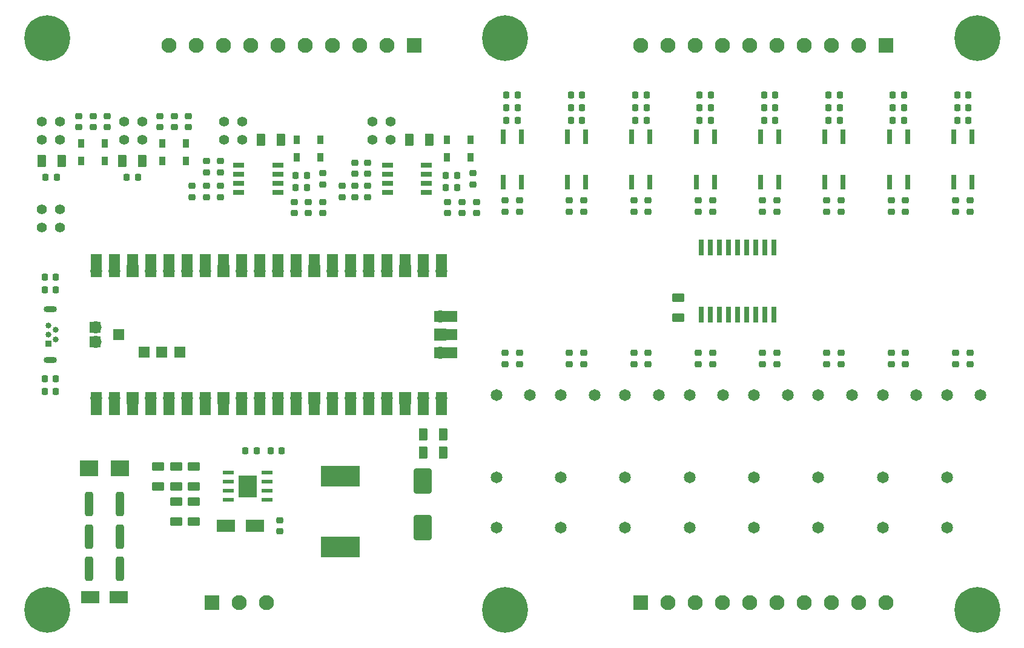
<source format=gts>
%TF.GenerationSoftware,KiCad,Pcbnew,(5.99.0-7040-g8c08b861ab)*%
%TF.CreationDate,2021-03-18T10:44:17+08:00*%
%TF.ProjectId,PicoIndustrial,5069636f-496e-4647-9573-747269616c2e,rev?*%
%TF.SameCoordinates,Original*%
%TF.FileFunction,Soldermask,Top*%
%TF.FilePolarity,Negative*%
%FSLAX46Y46*%
G04 Gerber Fmt 4.6, Leading zero omitted, Abs format (unit mm)*
G04 Created by KiCad (PCBNEW (5.99.0-7040-g8c08b861ab)) date 2021-03-18 10:44:17*
%MOMM*%
%LPD*%
G01*
G04 APERTURE LIST*
G04 Aperture macros list*
%AMRoundRect*
0 Rectangle with rounded corners*
0 $1 Rounding radius*
0 $2 $3 $4 $5 $6 $7 $8 $9 X,Y pos of 4 corners*
0 Add a 4 corners polygon primitive as box body*
4,1,4,$2,$3,$4,$5,$6,$7,$8,$9,$2,$3,0*
0 Add four circle primitives for the rounded corners*
1,1,$1+$1,$2,$3,0*
1,1,$1+$1,$4,$5,0*
1,1,$1+$1,$6,$7,0*
1,1,$1+$1,$8,$9,0*
0 Add four rect primitives between the rounded corners*
20,1,$1+$1,$2,$3,$4,$5,0*
20,1,$1+$1,$4,$5,$6,$7,0*
20,1,$1+$1,$6,$7,$8,$9,0*
20,1,$1+$1,$8,$9,$2,$3,0*%
G04 Aperture macros list end*
%ADD10RoundRect,0.218750X0.256250X-0.218750X0.256250X0.218750X-0.256250X0.218750X-0.256250X-0.218750X0*%
%ADD11RoundRect,0.218750X-0.256250X0.218750X-0.256250X-0.218750X0.256250X-0.218750X0.256250X0.218750X0*%
%ADD12R,0.640000X2.000000*%
%ADD13RoundRect,0.218750X0.218750X0.256250X-0.218750X0.256250X-0.218750X-0.256250X0.218750X-0.256250X0*%
%ADD14C,1.400000*%
%ADD15C,1.650000*%
%ADD16R,2.500000X2.300000*%
%ADD17R,1.528000X0.650000*%
%ADD18R,2.100000X2.100000*%
%ADD19C,2.100000*%
%ADD20RoundRect,0.250000X-1.000000X1.500000X-1.000000X-1.500000X1.000000X-1.500000X1.000000X1.500000X0*%
%ADD21R,0.840000X0.840000*%
%ADD22C,0.840000*%
%ADD23O,1.850000X0.850000*%
%ADD24RoundRect,0.218750X-0.218750X-0.256250X0.218750X-0.256250X0.218750X0.256250X-0.218750X0.256250X0*%
%ADD25RoundRect,0.250000X0.375000X0.625000X-0.375000X0.625000X-0.375000X-0.625000X0.375000X-0.625000X0*%
%ADD26RoundRect,0.250000X-0.625000X0.375000X-0.625000X-0.375000X0.625000X-0.375000X0.625000X0.375000X0*%
%ADD27R,0.900000X1.200000*%
%ADD28RoundRect,0.250000X-0.375000X-0.625000X0.375000X-0.625000X0.375000X0.625000X-0.375000X0.625000X0*%
%ADD29RoundRect,0.250000X0.625000X-0.375000X0.625000X0.375000X-0.625000X0.375000X-0.625000X-0.375000X0*%
%ADD30R,2.500000X1.800000*%
%ADD31R,5.400000X2.900000*%
%ADD32C,6.400000*%
%ADD33C,0.800000*%
%ADD34R,1.600000X3.200000*%
%ADD35O,1.700000X1.700000*%
%ADD36R,1.700000X1.700000*%
%ADD37R,3.200000X1.600000*%
%ADD38R,1.500000X1.500000*%
%ADD39R,1.550000X0.600000*%
%ADD40R,2.600000X3.100000*%
%ADD41RoundRect,0.250000X0.312500X1.450000X-0.312500X1.450000X-0.312500X-1.450000X0.312500X-1.450000X0*%
%ADD42RoundRect,0.250000X-0.312500X-1.450000X0.312500X-1.450000X0.312500X1.450000X-0.312500X1.450000X0*%
%ADD43RoundRect,0.070000X0.300000X1.000000X-0.300000X1.000000X-0.300000X-1.000000X0.300000X-1.000000X0*%
G04 APERTURE END LIST*
D10*
%TO.C,D8*%
X160000000Y-84287500D03*
X160000000Y-82712500D03*
%TD*%
D11*
%TO.C,C7*%
X92500000Y-127462500D03*
X92500000Y-129037500D03*
%TD*%
D12*
%TO.C,U2*%
X126270000Y-73850000D03*
X123730000Y-73850000D03*
X123730000Y-80150000D03*
X126270000Y-80150000D03*
%TD*%
D10*
%TO.C,R21*%
X144000000Y-84287500D03*
X144000000Y-82712500D03*
%TD*%
%TO.C,D10*%
X178000000Y-84287500D03*
X178000000Y-82712500D03*
%TD*%
D13*
%TO.C,R2*%
X89287500Y-117750000D03*
X87712500Y-117750000D03*
%TD*%
D10*
%TO.C,R27*%
X189000000Y-105624721D03*
X189000000Y-104049721D03*
%TD*%
%TO.C,R25*%
X180000000Y-84287500D03*
X180000000Y-82712500D03*
%TD*%
D14*
%TO.C,JP5-2*%
X61790000Y-86500000D03*
X59250000Y-86500000D03*
%TD*%
D10*
%TO.C,R26*%
X189000000Y-84287500D03*
X189000000Y-82712500D03*
%TD*%
D13*
%TO.C,R1*%
X92787500Y-117750000D03*
X91212500Y-117750000D03*
%TD*%
D15*
%TO.C,K5*%
X154500000Y-110000000D03*
X149800000Y-110000000D03*
X149800000Y-121500000D03*
X149800000Y-128500000D03*
%TD*%
D10*
%TO.C,R34*%
X126000000Y-105624721D03*
X126000000Y-104049721D03*
%TD*%
D14*
%TO.C,JP2-1*%
X70750000Y-71710000D03*
X73290000Y-71710000D03*
%TD*%
%TO.C,JP3-2*%
X84750000Y-74210000D03*
X87290000Y-74210000D03*
%TD*%
D16*
%TO.C,D2*%
X65850000Y-120250000D03*
X70150000Y-120250000D03*
%TD*%
D12*
%TO.C,U5*%
X153270000Y-73850000D03*
X150730000Y-73850000D03*
X150730000Y-80150000D03*
X153270000Y-80150000D03*
%TD*%
D17*
%TO.C,IC1*%
X86789000Y-77805000D03*
X86789000Y-79075000D03*
X86789000Y-80345000D03*
X86789000Y-81615000D03*
X92211000Y-81615000D03*
X92211000Y-80345000D03*
X92211000Y-79075000D03*
X92211000Y-77805000D03*
%TD*%
D10*
%TO.C,D12*%
X187000000Y-105624721D03*
X187000000Y-104049721D03*
%TD*%
D11*
%TO.C,R47*%
X103000000Y-77422500D03*
X103000000Y-78997500D03*
%TD*%
D18*
%TO.C,J2*%
X143000000Y-139000000D03*
D19*
X146810000Y-139000000D03*
X150620000Y-139000000D03*
X154430000Y-139000000D03*
X158240000Y-139000000D03*
X162050000Y-139000000D03*
X165860000Y-139000000D03*
X169670000Y-139000000D03*
X173480000Y-139000000D03*
X177290000Y-139000000D03*
%TD*%
D20*
%TO.C,C8*%
X112500000Y-122000000D03*
X112500000Y-128500000D03*
%TD*%
D21*
%TO.C,J6*%
X60200000Y-102800000D03*
D22*
X61200000Y-102150000D03*
X60200000Y-101500000D03*
X61200000Y-100850000D03*
X60200000Y-100200000D03*
D23*
X60420000Y-97925000D03*
X60420000Y-105075000D03*
%TD*%
D11*
%TO.C,R37*%
X64400000Y-70922500D03*
X64400000Y-72497500D03*
%TD*%
D24*
%TO.C,C14*%
X151212500Y-71500000D03*
X152787500Y-71500000D03*
%TD*%
D11*
%TO.C,R46*%
X82250000Y-77212500D03*
X82250000Y-78787500D03*
%TD*%
D25*
%TO.C,C25*%
X92650000Y-74210000D03*
X89850000Y-74210000D03*
%TD*%
D26*
%TO.C,C3*%
X78000000Y-124850000D03*
X78000000Y-127650000D03*
%TD*%
D10*
%TO.C,R52*%
X98500000Y-84497500D03*
X98500000Y-82922500D03*
%TD*%
%TO.C,R29*%
X171000000Y-105624721D03*
X171000000Y-104049721D03*
%TD*%
D27*
%TO.C,D27*%
X119150000Y-76710000D03*
X115850000Y-76710000D03*
%TD*%
D10*
%TO.C,D6*%
X142000000Y-84287500D03*
X142000000Y-82712500D03*
%TD*%
D11*
%TO.C,R44*%
X84250000Y-77212500D03*
X84250000Y-78787500D03*
%TD*%
D14*
%TO.C,JP4-2*%
X105500000Y-74210000D03*
X108040000Y-74210000D03*
%TD*%
D15*
%TO.C,K4*%
X163500000Y-110000000D03*
X158800000Y-110000000D03*
X158800000Y-121500000D03*
X158800000Y-128500000D03*
%TD*%
D10*
%TO.C,R43*%
X101250000Y-82247500D03*
X101250000Y-80672500D03*
%TD*%
D15*
%TO.C,K1*%
X190500000Y-110000000D03*
X185800000Y-110000000D03*
X185800000Y-121500000D03*
X185800000Y-128500000D03*
%TD*%
D10*
%TO.C,R42*%
X80250000Y-82287500D03*
X80250000Y-80712500D03*
%TD*%
D14*
%TO.C,JP5-1*%
X61750000Y-84000000D03*
X59210000Y-84000000D03*
%TD*%
D28*
%TO.C,R36*%
X70500000Y-77210000D03*
X73300000Y-77210000D03*
%TD*%
D11*
%TO.C,C21*%
X68400000Y-70922500D03*
X68400000Y-72497500D03*
%TD*%
D10*
%TO.C,R28*%
X180000000Y-105624721D03*
X180000000Y-104049721D03*
%TD*%
D12*
%TO.C,U3*%
X135270000Y-73850000D03*
X132730000Y-73850000D03*
X132730000Y-80150000D03*
X135270000Y-80150000D03*
%TD*%
D18*
%TO.C,J4*%
X111290000Y-61000000D03*
D19*
X107480000Y-61000000D03*
X103670000Y-61000000D03*
X99860000Y-61000000D03*
X96050000Y-61000000D03*
X92240000Y-61000000D03*
X88430000Y-61000000D03*
X84620000Y-61000000D03*
X80810000Y-61000000D03*
X77000000Y-61000000D03*
%TD*%
D13*
%TO.C,R9*%
X179787500Y-68000000D03*
X178212500Y-68000000D03*
%TD*%
D29*
%TO.C,C29*%
X148250000Y-99150000D03*
X148250000Y-96350000D03*
%TD*%
D30*
%TO.C,D3*%
X85000000Y-128250000D03*
X89000000Y-128250000D03*
%TD*%
D10*
%TO.C,R31*%
X153000000Y-105624721D03*
X153000000Y-104049721D03*
%TD*%
D11*
%TO.C,R45*%
X104750000Y-77422500D03*
X104750000Y-78997500D03*
%TD*%
D13*
%TO.C,R7*%
X161787500Y-68000000D03*
X160212500Y-68000000D03*
%TD*%
D31*
%TO.C,L1*%
X101000000Y-131200000D03*
X101000000Y-121300000D03*
%TD*%
D13*
%TO.C,R54*%
X96287500Y-79210000D03*
X94712500Y-79210000D03*
%TD*%
D29*
%TO.C,C2*%
X75500000Y-122750000D03*
X75500000Y-119950000D03*
%TD*%
D27*
%TO.C,D23*%
X79400000Y-74710000D03*
X76100000Y-74710000D03*
%TD*%
D11*
%TO.C,R49*%
X96500000Y-82922500D03*
X96500000Y-84497500D03*
%TD*%
D32*
%TO.C,H6*%
X190000000Y-140000000D03*
D33*
X192400000Y-140000000D03*
X187600000Y-140000000D03*
X191697056Y-138302944D03*
X190000000Y-137600000D03*
X188302944Y-141697056D03*
X191697056Y-141697056D03*
X188302944Y-138302944D03*
X190000000Y-142400000D03*
%TD*%
D28*
%TO.C,C10*%
X112600000Y-115500000D03*
X115400000Y-115500000D03*
%TD*%
D10*
%TO.C,R58*%
X98500000Y-80497500D03*
X98500000Y-78922500D03*
%TD*%
%TO.C,R50*%
X116000000Y-84497500D03*
X116000000Y-82922500D03*
%TD*%
D13*
%TO.C,R3*%
X125787500Y-68000000D03*
X124212500Y-68000000D03*
%TD*%
D10*
%TO.C,D19*%
X124000000Y-105624721D03*
X124000000Y-104049721D03*
%TD*%
D13*
%TO.C,R13*%
X143787500Y-69750000D03*
X142212500Y-69750000D03*
%TD*%
D10*
%TO.C,C23*%
X84250000Y-82287500D03*
X84250000Y-80712500D03*
%TD*%
D11*
%TO.C,C22*%
X79750000Y-70922500D03*
X79750000Y-72497500D03*
%TD*%
D13*
%TO.C,R15*%
X161787500Y-69750000D03*
X160212500Y-69750000D03*
%TD*%
D26*
%TO.C,C6*%
X80500000Y-124850000D03*
X80500000Y-127650000D03*
%TD*%
D28*
%TO.C,C9*%
X112600000Y-118000000D03*
X115400000Y-118000000D03*
%TD*%
D10*
%TO.C,D14*%
X169000000Y-105624721D03*
X169000000Y-104049721D03*
%TD*%
%TO.C,D18*%
X133000000Y-105624721D03*
X133000000Y-104049721D03*
%TD*%
D12*
%TO.C,U7*%
X171270000Y-73850000D03*
X168730000Y-73850000D03*
X168730000Y-80150000D03*
X171270000Y-80150000D03*
%TD*%
D13*
%TO.C,R14*%
X152787500Y-69750000D03*
X151212500Y-69750000D03*
%TD*%
D24*
%TO.C,C13*%
X142212500Y-71500000D03*
X143787500Y-71500000D03*
%TD*%
D34*
%TO.C,J1*%
X66870000Y-111190000D03*
D35*
X66870000Y-110400000D03*
D34*
X69410000Y-111190000D03*
D35*
X69410000Y-110400000D03*
D34*
X71950000Y-111190000D03*
D36*
X71950000Y-110400000D03*
D35*
X74490000Y-110400000D03*
D34*
X74490000Y-111190000D03*
X77030000Y-111190000D03*
D35*
X77030000Y-110400000D03*
D34*
X79570000Y-111190000D03*
D35*
X79570000Y-110400000D03*
D34*
X82110000Y-111190000D03*
D35*
X82110000Y-110400000D03*
D34*
X84650000Y-111190000D03*
D36*
X84650000Y-110400000D03*
D34*
X87190000Y-111190000D03*
D35*
X87190000Y-110400000D03*
D34*
X89730000Y-111190000D03*
D35*
X89730000Y-110400000D03*
X92270000Y-110400000D03*
D34*
X92270000Y-111190000D03*
X94810000Y-111190000D03*
D35*
X94810000Y-110400000D03*
D36*
X97350000Y-110400000D03*
D34*
X97350000Y-111190000D03*
D35*
X99890000Y-110400000D03*
D34*
X99890000Y-111190000D03*
X102430000Y-111190000D03*
D35*
X102430000Y-110400000D03*
D34*
X104970000Y-111190000D03*
D35*
X104970000Y-110400000D03*
D34*
X107510000Y-111190000D03*
D35*
X107510000Y-110400000D03*
D34*
X110050000Y-111190000D03*
D36*
X110050000Y-110400000D03*
D35*
X112590000Y-110400000D03*
D34*
X112590000Y-111190000D03*
D35*
X115130000Y-110400000D03*
D34*
X115130000Y-111190000D03*
D35*
X115130000Y-92620000D03*
D34*
X115130000Y-91810000D03*
D35*
X112590000Y-92620000D03*
D34*
X112590000Y-91810000D03*
X110050000Y-91810000D03*
D36*
X110050000Y-92620000D03*
D34*
X107510000Y-91810000D03*
D35*
X107510000Y-92620000D03*
D34*
X104970000Y-91810000D03*
D35*
X104970000Y-92620000D03*
X102430000Y-92620000D03*
D34*
X102430000Y-91810000D03*
D35*
X99890000Y-92620000D03*
D34*
X99890000Y-91810000D03*
X97350000Y-91810000D03*
D36*
X97350000Y-92620000D03*
D35*
X94810000Y-92620000D03*
D34*
X94810000Y-91810000D03*
X92270000Y-91810000D03*
D35*
X92270000Y-92620000D03*
D34*
X89730000Y-91810000D03*
D35*
X89730000Y-92620000D03*
X87190000Y-92620000D03*
D34*
X87190000Y-91810000D03*
X84650000Y-91810000D03*
D36*
X84650000Y-92620000D03*
D34*
X82110000Y-91810000D03*
D35*
X82110000Y-92620000D03*
X79570000Y-92620000D03*
D34*
X79570000Y-91810000D03*
D35*
X77030000Y-92620000D03*
D34*
X77030000Y-91810000D03*
X74490000Y-91810000D03*
D35*
X74490000Y-92620000D03*
D36*
X71950000Y-92620000D03*
D34*
X71950000Y-91810000D03*
X69410000Y-91810000D03*
D35*
X69410000Y-92620000D03*
X66870000Y-92620000D03*
D34*
X66870000Y-91810000D03*
D37*
X115700000Y-104040000D03*
D35*
X114900000Y-104050000D03*
D37*
X115700000Y-101500000D03*
D36*
X114900000Y-101510000D03*
D35*
X114900000Y-98970000D03*
D37*
X115700000Y-98960000D03*
D38*
X70000000Y-101500000D03*
D35*
X66750000Y-100500000D03*
D38*
X66700000Y-100500000D03*
X66700000Y-102500000D03*
D35*
X66750000Y-102500000D03*
D38*
X73500000Y-104000000D03*
X76000000Y-104000000D03*
X78500000Y-104000000D03*
%TD*%
D15*
%TO.C,K8*%
X127500000Y-110000000D03*
X122800000Y-110000000D03*
X122800000Y-121500000D03*
X122800000Y-128500000D03*
%TD*%
D24*
%TO.C,C15*%
X160212500Y-71500000D03*
X161787500Y-71500000D03*
%TD*%
D10*
%TO.C,C28*%
X103000000Y-82247500D03*
X103000000Y-80672500D03*
%TD*%
D17*
%TO.C,IC2*%
X107539000Y-77805000D03*
X107539000Y-79075000D03*
X107539000Y-80345000D03*
X107539000Y-81615000D03*
X112961000Y-81615000D03*
X112961000Y-80345000D03*
X112961000Y-79075000D03*
X112961000Y-77805000D03*
%TD*%
D24*
%TO.C,R61*%
X59632500Y-93475000D03*
X61207500Y-93475000D03*
%TD*%
D10*
%TO.C,R30*%
X162000000Y-105624721D03*
X162000000Y-104049721D03*
%TD*%
D11*
%TO.C,R51*%
X118000000Y-82922500D03*
X118000000Y-84497500D03*
%TD*%
D15*
%TO.C,K7*%
X136500000Y-110000000D03*
X131800000Y-110000000D03*
X131800000Y-121500000D03*
X131800000Y-128500000D03*
%TD*%
D30*
%TO.C,D1*%
X70000000Y-138250000D03*
X66000000Y-138250000D03*
%TD*%
D13*
%TO.C,R8*%
X170787500Y-68000000D03*
X169212500Y-68000000D03*
%TD*%
D33*
%TO.C,H5*%
X126400000Y-140000000D03*
X125697056Y-141697056D03*
D32*
X124000000Y-140000000D03*
D33*
X124000000Y-142400000D03*
X125697056Y-138302944D03*
X121600000Y-140000000D03*
X122302944Y-141697056D03*
X124000000Y-137600000D03*
X122302944Y-138302944D03*
%TD*%
D10*
%TO.C,C27*%
X82250000Y-82287500D03*
X82250000Y-80712500D03*
%TD*%
%TO.C,D17*%
X142000000Y-105624721D03*
X142000000Y-104049721D03*
%TD*%
D18*
%TO.C,J3*%
X177290000Y-61000000D03*
D19*
X173480000Y-61000000D03*
X169670000Y-61000000D03*
X165860000Y-61000000D03*
X162050000Y-61000000D03*
X158240000Y-61000000D03*
X154430000Y-61000000D03*
X150620000Y-61000000D03*
X146810000Y-61000000D03*
X143000000Y-61000000D03*
%TD*%
D24*
%TO.C,D28*%
X59632500Y-107675000D03*
X61207500Y-107675000D03*
%TD*%
D10*
%TO.C,R40*%
X77750000Y-72497500D03*
X77750000Y-70922500D03*
%TD*%
%TO.C,R20*%
X135000000Y-84287500D03*
X135000000Y-82712500D03*
%TD*%
%TO.C,R59*%
X119500000Y-80497500D03*
X119500000Y-78922500D03*
%TD*%
D27*
%TO.C,D24*%
X94850000Y-74210000D03*
X98150000Y-74210000D03*
%TD*%
D13*
%TO.C,R5*%
X143787500Y-68000000D03*
X142212500Y-68000000D03*
%TD*%
D14*
%TO.C,JP4-1*%
X105500000Y-71710000D03*
X108040000Y-71710000D03*
%TD*%
D10*
%TO.C,R53*%
X120000000Y-84497500D03*
X120000000Y-82922500D03*
%TD*%
D39*
%TO.C,U1*%
X90700000Y-124655000D03*
X90700000Y-123385000D03*
X90700000Y-122115000D03*
X90700000Y-120845000D03*
X85300000Y-120845000D03*
X85300000Y-122115000D03*
X85300000Y-123385000D03*
X85300000Y-124655000D03*
D40*
X88000000Y-122750000D03*
%TD*%
D24*
%TO.C,C17*%
X178212500Y-71500000D03*
X179787500Y-71500000D03*
%TD*%
D41*
%TO.C,F1*%
X70137500Y-134250000D03*
X65862500Y-134250000D03*
%TD*%
D24*
%TO.C,R57*%
X115712500Y-80960000D03*
X117287500Y-80960000D03*
%TD*%
D12*
%TO.C,U4*%
X144270000Y-73850000D03*
X141730000Y-73850000D03*
X141730000Y-80150000D03*
X144270000Y-80150000D03*
%TD*%
D27*
%TO.C,D20*%
X64750000Y-77210000D03*
X68050000Y-77210000D03*
%TD*%
D33*
%TO.C,H3*%
X188302944Y-58302944D03*
X190000000Y-57600000D03*
X192400000Y-60000000D03*
X191697056Y-61697056D03*
D32*
X190000000Y-60000000D03*
D33*
X191697056Y-58302944D03*
X190000000Y-62400000D03*
X187600000Y-60000000D03*
X188302944Y-61697056D03*
%TD*%
D13*
%TO.C,C20*%
X72687500Y-79500000D03*
X71112500Y-79500000D03*
%TD*%
D27*
%TO.C,D22*%
X76100000Y-77210000D03*
X79400000Y-77210000D03*
%TD*%
D25*
%TO.C,C26*%
X113400000Y-74210000D03*
X110600000Y-74210000D03*
%TD*%
D32*
%TO.C,H4*%
X60000000Y-140000000D03*
D33*
X60000000Y-137600000D03*
X61697056Y-138302944D03*
X60000000Y-142400000D03*
X58302944Y-138302944D03*
X61697056Y-141697056D03*
X62400000Y-140000000D03*
X58302944Y-141697056D03*
X57600000Y-140000000D03*
%TD*%
D24*
%TO.C,R60*%
X59632500Y-109475000D03*
X61207500Y-109475000D03*
%TD*%
%TO.C,C11*%
X124212500Y-71500000D03*
X125787500Y-71500000D03*
%TD*%
D10*
%TO.C,R24*%
X171000000Y-84287500D03*
X171000000Y-82712500D03*
%TD*%
%TO.C,D5*%
X133000000Y-84287500D03*
X133000000Y-82712500D03*
%TD*%
D13*
%TO.C,R11*%
X125787500Y-69750000D03*
X124212500Y-69750000D03*
%TD*%
D15*
%TO.C,K3*%
X172500000Y-110000000D03*
X167800000Y-110000000D03*
X167800000Y-121500000D03*
X167800000Y-128500000D03*
%TD*%
%TO.C,K2*%
X181500000Y-110000000D03*
X176800000Y-110000000D03*
X176800000Y-121500000D03*
X176800000Y-128500000D03*
%TD*%
D42*
%TO.C,FB1*%
X65862500Y-129750000D03*
X70137500Y-129750000D03*
%TD*%
D13*
%TO.C,R56*%
X117287500Y-79210000D03*
X115712500Y-79210000D03*
%TD*%
%TO.C,R18*%
X188787500Y-69750000D03*
X187212500Y-69750000D03*
%TD*%
D18*
%TO.C,J5*%
X83000000Y-139000000D03*
D19*
X86810000Y-139000000D03*
X90620000Y-139000000D03*
%TD*%
D10*
%TO.C,R48*%
X94500000Y-84497500D03*
X94500000Y-82922500D03*
%TD*%
D33*
%TO.C,H1*%
X60000000Y-57600000D03*
X57600000Y-60000000D03*
X58302944Y-58302944D03*
X60000000Y-62400000D03*
X58302944Y-61697056D03*
D32*
X60000000Y-60000000D03*
D33*
X62400000Y-60000000D03*
X61697056Y-61697056D03*
X61697056Y-58302944D03*
%TD*%
D13*
%TO.C,R17*%
X179787500Y-69750000D03*
X178212500Y-69750000D03*
%TD*%
D28*
%TO.C,R35*%
X59250000Y-77210000D03*
X62050000Y-77210000D03*
%TD*%
D43*
%TO.C,Q1*%
X161580000Y-89300000D03*
X160310000Y-89300000D03*
X159040000Y-89300000D03*
X157770000Y-89300000D03*
X156500000Y-89300000D03*
X155230000Y-89300000D03*
X153960000Y-89300000D03*
X152690000Y-89300000D03*
X151420000Y-89300000D03*
X151420000Y-98700000D03*
X152690000Y-98700000D03*
X153960000Y-98700000D03*
X155230000Y-98700000D03*
X156500000Y-98700000D03*
X157770000Y-98700000D03*
X159040000Y-98700000D03*
X160310000Y-98700000D03*
X161580000Y-98700000D03*
%TD*%
D33*
%TO.C,H2*%
X122302944Y-61697056D03*
X125697056Y-58302944D03*
X124000000Y-57600000D03*
X124000000Y-62400000D03*
D32*
X124000000Y-60000000D03*
D33*
X125697056Y-61697056D03*
X126400000Y-60000000D03*
X122302944Y-58302944D03*
X121600000Y-60000000D03*
%TD*%
D10*
%TO.C,D7*%
X151000000Y-84287500D03*
X151000000Y-82712500D03*
%TD*%
%TO.C,D11*%
X187000000Y-84287500D03*
X187000000Y-82712500D03*
%TD*%
D24*
%TO.C,C12*%
X133212500Y-71500000D03*
X134787500Y-71500000D03*
%TD*%
D13*
%TO.C,R12*%
X134787500Y-69750000D03*
X133212500Y-69750000D03*
%TD*%
D14*
%TO.C,JP3-1*%
X84750000Y-71710000D03*
X87290000Y-71710000D03*
%TD*%
D13*
%TO.C,R6*%
X152787500Y-68000000D03*
X151212500Y-68000000D03*
%TD*%
D27*
%TO.C,D21*%
X68050000Y-74710000D03*
X64750000Y-74710000D03*
%TD*%
D11*
%TO.C,R38*%
X75750000Y-70922500D03*
X75750000Y-72497500D03*
%TD*%
D13*
%TO.C,R4*%
X134787500Y-68000000D03*
X133212500Y-68000000D03*
%TD*%
D24*
%TO.C,C16*%
X169212500Y-71500000D03*
X170787500Y-71500000D03*
%TD*%
D10*
%TO.C,R19*%
X126000000Y-84287500D03*
X126000000Y-82712500D03*
%TD*%
%TO.C,D9*%
X169000000Y-84287500D03*
X169000000Y-82712500D03*
%TD*%
%TO.C,R23*%
X162000000Y-84287500D03*
X162000000Y-82712500D03*
%TD*%
D27*
%TO.C,D25*%
X98150000Y-76710000D03*
X94850000Y-76710000D03*
%TD*%
D12*
%TO.C,U9*%
X189270000Y-73850000D03*
X186730000Y-73850000D03*
X186730000Y-80150000D03*
X189270000Y-80150000D03*
%TD*%
D13*
%TO.C,C19*%
X61337500Y-79460000D03*
X59762500Y-79460000D03*
%TD*%
D10*
%TO.C,R39*%
X66400000Y-72497500D03*
X66400000Y-70922500D03*
%TD*%
%TO.C,C24*%
X104750000Y-82247500D03*
X104750000Y-80672500D03*
%TD*%
D27*
%TO.C,D26*%
X115850000Y-74210000D03*
X119150000Y-74210000D03*
%TD*%
D15*
%TO.C,K6*%
X145500000Y-110000000D03*
X140800000Y-110000000D03*
X140800000Y-121500000D03*
X140800000Y-128500000D03*
%TD*%
D13*
%TO.C,R10*%
X188787500Y-68000000D03*
X187212500Y-68000000D03*
%TD*%
D10*
%TO.C,D16*%
X151000000Y-105624721D03*
X151000000Y-104049721D03*
%TD*%
D29*
%TO.C,C4*%
X78000000Y-122750000D03*
X78000000Y-119950000D03*
%TD*%
%TO.C,C5*%
X80500000Y-122750000D03*
X80500000Y-119950000D03*
%TD*%
D10*
%TO.C,D4*%
X124000000Y-84287500D03*
X124000000Y-82712500D03*
%TD*%
D41*
%TO.C,C1*%
X70137500Y-125250000D03*
X65862500Y-125250000D03*
%TD*%
D10*
%TO.C,D13*%
X178000000Y-105624721D03*
X178000000Y-104049721D03*
%TD*%
%TO.C,D15*%
X160000000Y-105624721D03*
X160000000Y-104049721D03*
%TD*%
D14*
%TO.C,JP1-2*%
X59250000Y-74210000D03*
X61790000Y-74210000D03*
%TD*%
D24*
%TO.C,C18*%
X187212500Y-71500000D03*
X188787500Y-71500000D03*
%TD*%
%TO.C,D29*%
X59632500Y-95275000D03*
X61207500Y-95275000D03*
%TD*%
D12*
%TO.C,U6*%
X162270000Y-73850000D03*
X159730000Y-73850000D03*
X159730000Y-80150000D03*
X162270000Y-80150000D03*
%TD*%
D10*
%TO.C,R33*%
X135000000Y-105624721D03*
X135000000Y-104049721D03*
%TD*%
%TO.C,R32*%
X144000000Y-105624721D03*
X144000000Y-104049721D03*
%TD*%
D24*
%TO.C,R55*%
X94712500Y-80960000D03*
X96287500Y-80960000D03*
%TD*%
D14*
%TO.C,JP1-1*%
X59250000Y-71710000D03*
X61790000Y-71710000D03*
%TD*%
D13*
%TO.C,R16*%
X170787500Y-69750000D03*
X169212500Y-69750000D03*
%TD*%
D10*
%TO.C,R22*%
X153000000Y-84287500D03*
X153000000Y-82712500D03*
%TD*%
D12*
%TO.C,U8*%
X180270000Y-73850000D03*
X177730000Y-73850000D03*
X177730000Y-80150000D03*
X180270000Y-80150000D03*
%TD*%
D14*
%TO.C,JP2-2*%
X70750000Y-74210000D03*
X73290000Y-74210000D03*
%TD*%
M02*

</source>
